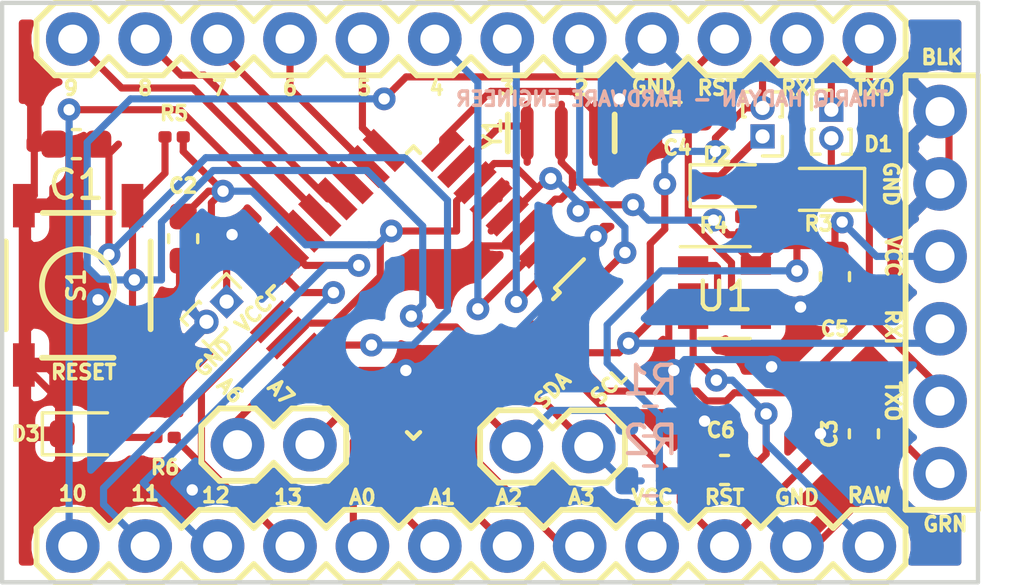
<source format=kicad_pcb>
(kicad_pcb (version 20211014) (generator pcbnew)
  (layers (0 "F.Cu" signal) (31 "B.Cu" signal) (34 "B.Paste" user) (35 "F.Paste" user) (36 "B.SilkS" user "B.Silkscreen") (37 "F.SilkS" user "F.Silkscreen") (38 "B.Mask" user) (39 "F.Mask" user) (44 "Edge.Cuts" user))
  (net 0 "")
  (net 1 "GND")
  (net 2 "AREF")
  (net 3 "VCC")
  (net 4 "RESET")
  (net 5 "DTR")
  (net 6 "Net-(D1-Pad2)")
  (net 7 "Net-(D1-Pad1)")
  (net 8 "Net-(D2-Pad2)")
  (net 9 "Net-(D2-Pad1)")
  (net 10 "RXI")
  (net 11 "TXO")
  (net 12 "A5")
  (net 13 "A4")
  (net 14 "D2")
  (net 15 "D3")
  (net 16 "D4")
  (net 17 "D5")
  (net 18 "D6")
  (net 19 "D7")
  (net 20 "D8")
  (net 21 "D9")
  (net 22 "A6")
  (net 23 "A7")
  (net 24 "D10")
  (net 25 "MOSI")
  (net 26 "MISO")
  (net 27 "SCK")
  (net 28 "A0")
  (net 29 "A1")
  (net 30 "A2")
  (net 31 "A3")
  (net 32 "RAW")
  (net 33 "Net-(C4-Pad1)")
  (net 34 "Net-(D3-Pad2)")
  (net 35 "Net-(U2-Pad8)")
  (net 36 "Net-(U2-Pad7)")
  (footprint "Package_QFP:TQFP-32_7x7mm_P0.8mm" (layer "F.Cu") (at 80.531953 115.57 -135)
    (fp_text reference "U2" hide)
    (fp_text value "ATmega328-AU" hide)
  )
  (footprint "Package_TO_SOT_SMD:SOT-23-5" (layer "F.Cu") (at 91.44 115.57)
    (fp_text reference "U1")
    (fp_text value "LP2985-5.0")
  )
  (footprint "Capacitor_SMD:C_0603_1608Metric" (layer "F.Cu") (at 89.776 109.4105 180)
    (fp_text reference "C4")
    (fp_text value "10n")
  )
  (footprint "Capacitor_SMD:C_0603_1608Metric" (layer "F.Cu") (at 95.3135 115.0115 -90)
    (fp_text reference "C5")
    (fp_text value "10u")
  )
  (footprint "Capacitor_SMD:C_0603_1608Metric" (layer "F.Cu") (at 91.44 121.793 180)
    (fp_text reference "C6")
    (fp_text value "100n")
  )
  (footprint "LED_SMD:LED_0603_1608Metric" (layer "F.Cu") (at 68.999 120.523)
    (fp_text reference "D3")
    (fp_text value "red")
  )
  (footprint "Resistor_SMD:R_0201_0603Metric" (layer "F.Cu") (at 71.8185 120.65 180)
    (fp_text reference "R6")
    (fp_text value "1k")
  )
  (footprint "Capacitor_SMD:C_0603_1608Metric" (layer "F.Cu") (at 68.707 110.363 180)
    (fp_text reference "C1")
    (fp_text value "0.1u")
  )
  (footprint "Capacitor_SMD:C_0603_1608Metric" (layer "F.Cu") (at 72.4535 113.678 -90)
    (fp_text reference "C2")
    (fp_text value "0.1u")
  )
  (footprint "Capacitor_SMD:C_0603_1608Metric" (layer "F.Cu") (at 96.3295 120.523 -90)
    (fp_text reference "C3")
    (fp_text value "0.1u")
  )
  (footprint "LED_SMD:LED_0603_1608Metric" (layer "F.Cu") (at 94.869 111.9505 180)
    (fp_text reference "D1")
    (fp_text value "red")
  )
  (footprint "LED_SMD:LED_0603_1608Metric" (layer "F.Cu") (at 91.7195 111.8235)
    (fp_text reference "D2")
    (fp_text value "red")
  )
  (footprint "Connectors:1X02" (layer "F.Cu") (at 84.1375 120.9675)
    (fp_text reference "J2" hide)
    (fp_text value "CONN_02" hide)
  )
  (footprint "Connectors:1X12" (layer "F.Cu") (at 68.58 106.68)
    (fp_text reference "J3" hide)
    (fp_text value "CONN_12" hide)
  )
  (footprint "Connectors:1X02" (layer "F.Cu") (at 76.8985 120.904 180)
    (fp_text reference "J4" hide)
    (fp_text value "CONN_02" hide)
  )
  (footprint "Connectors:1X12" (layer "F.Cu") (at 96.52 124.46 180)
    (fp_text reference "J5" hide)
    (fp_text value "CONN_12" hide)
  )
  (footprint "Connector_PinHeader_1.00mm:PinHeader_1x02_P1.00mm_Vertical" (layer "F.Cu") (at 95.1865 109.1565)
    (fp_text reference "J6" hide)
    (fp_text value "Conn_01x02_Male")
  )
  (footprint "Connector_PinHeader_1.00mm:PinHeader_1x02_P1.00mm_Vertical" (layer "F.Cu") (at 92.7735 110.093 180)
    (fp_text reference "J7" hide)
    (fp_text value "Conn_01x02_Male")
  )
  (footprint "Resistor_SMD:R_0201_0603Metric" (layer "F.Cu") (at 93.98 113.2865 -90)
    (fp_text reference "R3")
    (fp_text value "1k")
  )
  (footprint "Resistor_SMD:R_0201_0603Metric" (layer "F.Cu") (at 92.0115 113.223 -90)
    (fp_text reference "R4")
    (fp_text value "1k")
  )
  (footprint "Resistor_SMD:R_0201_0603Metric" (layer "F.Cu") (at 72.136 110.109)
    (fp_text reference "R5")
    (fp_text value "10k")
  )
  (footprint "Switches:TACTILE_SWITCH_SMD_5.2MM" (layer "F.Cu") (at 68.7705 115.316 90)
    (fp_text reference "S1")
    (fp_text value "MOMENTARY-SWITCH-SPST-2-SMD-5.2MM" hide)
  )
  (footprint "Clocks:RESONATOR-SMD-3.2X1.3" (layer "F.Cu") (at 85.71738 109.982)
    (fp_text reference "Y1")
    (fp_text value "Resonator_Small" hide)
  )
  (footprint "Connectors:1X06_FEMALE_LOCK.010" (layer "F.Cu") (at 99.06 121.92 90)
    (fp_text reference "J1" hide)
    (fp_text value "CONN_06FEMALE_LOCK" hide)
  )
  (footprint "Connector_PinHeader_1.00mm:PinHeader_1x02_P1.00mm_Vertical" (layer "F.Cu") (at 73.9775 115.8875 -45)
    (fp_text reference "J8" hide)
    (fp_text value "Conn_01x02_Male")
  )
  (footprint "Resistor_SMD:R_0603_1608Metric" (layer "B.Cu") (at 88.8365 120.0785 180)
    (fp_text reference "R1")
    (fp_text value "1k")
  )
  (footprint "Resistor_SMD:R_0603_1608Metric" (layer "B.Cu") (at 88.839 122.174 180)
    (fp_text reference "R2")
    (fp_text value "1k")
  )
  (gr_line (start 66.1035 125.73) (end 66.1035 105.41) (layer "Edge.Cuts") (width 0.15))
  (gr_line (start 100.33 125.73) (end 66.1035 125.73) (layer "Edge.Cuts") (width 0.15))
  (gr_line (start 66.1035 105.41) (end 100.33 105.41) (layer "Edge.Cuts") (width 0.15))
  (gr_line (start 100.33 105.41) (end 100.33 125.73) (layer "Edge.Cuts") (width 0.15))
  (gr_text "THARIQ HADYAN - HARDWARE ENGINEER" (at 89.5985 108.7755) (layer "B.SilkS") (effects (font (size 0.5 0.5) (thickness 0.125)) (justify mirror)))
  (gr_text "A0" (at 78.74 122.7455) (layer "F.SilkS") (effects (font (size 0.5 0.5) (thickness 0.125))))
  (gr_text "13" (at 76.1365 122.7455) (layer "F.SilkS") (effects (font (size 0.5 0.5) (thickness 0.125))))
  (gr_text "GRN" (at 99.187 123.698) (layer "F.SilkS") (effects (font (size 0.5 0.5) (thickness 0.125))))
  (gr_text "RXI" (at 97.3455 116.7765 -90) (layer "F.SilkS") (effects (font (size 0.5 0.5) (thickness 0.125))))
  (gr_text "BLK" (at 99.06 107.315) (layer "F.SilkS") (effects (font (size 0.5 0.5) (thickness 0.125))))
  (gr_text "RXI" (at 94.0435 108.3945) (layer "F.SilkS") (effects (font (size 0.5 0.5) (thickness 0.125))))
  (gr_text "RESET" (at 68.961 118.364) (layer "F.SilkS") (effects (font (size 0.5 0.5) (thickness 0.125))))
  (gr_text "4" (at 81.3435 108.3945) (layer "F.SilkS") (effects (font (size 0.5 0.5) (thickness 0.125))))
  (gr_text "SCL" (at 87.376 118.872 45) (layer "F.SilkS") (effects (font (size 0.5 0.5) (thickness 0.125))))
  (gr_text "7" (at 73.7235 108.3945) (layer "F.SilkS") (effects (font (size 0.5 0.5) (thickness 0.125))))
  (gr_text "A7" (at 75.8825 119.0625 -45) (layer "F.SilkS") (effects (font (size 0.5 0.5) (thickness 0.125))))
  (gr_text "GND" (at 88.9635 108.331) (layer "F.SilkS") (effects (font (size 0.5 0.5) (thickness 0.125))))
  (gr_text "VCC" (at 97.3455 114.3 -90) (layer "F.SilkS") (effects (font (size 0.5 0.5) (thickness 0.125))))
  (gr_text "VCC" (at 88.9 122.7455) (layer "F.SilkS") (effects (font (size 0.5 0.5) (thickness 0.125))))
  (gr_text "11" (at 71.12 122.6185) (layer "F.SilkS") (effects (font (size 0.5 0.5) (thickness 0.125))))
  (gr_text "9" (at 68.5165 108.3945) (layer "F.SilkS") (effects (font (size 0.5 0.5) (thickness 0.125))))
  (gr_text "VCC" (at 74.93 116.332 45) (layer "F.SilkS") (effects (font (size 0.5 0.5) (thickness 0.125))))
  (gr_text "GND" (at 93.98 122.7455) (layer "F.SilkS") (effects (font (size 0.5 0.5) (thickness 0.125))))
  (gr_text "A1" (at 81.534 122.7455) (layer "F.SilkS") (effects (font (size 0.5 0.5) (thickness 0.125))))
  (gr_text "A2" (at 83.8835 122.7455) (layer "F.SilkS") (effects (font (size 0.5 0.5) (thickness 0.125))))
  (gr_text "A6" (at 74.1045 118.999 315) (layer "F.SilkS") (effects (font (size 0.5 0.5) (thickness 0.125))))
  (gr_text "RST" (at 91.44 122.7455) (layer "F.SilkS") (effects (font (size 0.5 0.5) (thickness 0.125))))
  (gr_text "GND" (at 97.282 111.76 -90) (layer "F.SilkS") (effects (font (size 0.5 0.5) (thickness 0.125))))
  (gr_text "10" (at 68.58 122.6185) (layer "F.SilkS") (effects (font (size 0.5 0.5) (thickness 0.125))))
  (gr_text "SDA" (at 85.4075 118.999 45) (layer "F.SilkS") (effects (font (size 0.5 0.5) (thickness 0.125))))
  (gr_text "3" (at 83.82 108.3945) (layer "F.SilkS") (effects (font (size 0.5 0.5) (thickness 0.125))))
  (gr_text "2" (at 86.4235 108.3945) (layer "F.SilkS") (effects (font (size 0.5 0.5) (thickness 0.125))))
  (gr_text "6" (at 76.2 108.3945) (layer "F.SilkS") (effects (font (size 0.5 0.5) (thickness 0.125))))
  (gr_text "8" (at 71.12 108.3945) (layer "F.SilkS") (effects (font (size 0.5 0.5) (thickness 0.125))))
  (gr_text "RST" (at 91.186 108.3945) (layer "F.SilkS") (effects (font (size 0.5 0.5) (thickness 0.125))))
  (gr_text "A3" (at 86.4235 122.7455) (layer "F.SilkS") (effects (font (size 0.5 0.5) (thickness 0.125))))
  (gr_text "5" (at 78.8035 108.3945) (layer "F.SilkS") (effects (font (size 0.5 0.5) (thickness 0.125))))
  (gr_text "RAW" (at 96.52 122.682) (layer "F.SilkS") (effects (font (size 0.5 0.5) (thickness 0.125))))
  (gr_text "TXO" (at 96.7105 108.3945) (layer "F.SilkS") (effects (font (size 0.5 0.5) (thickness 0.125))))
  (gr_text "12" (at 73.5965 122.682) (layer "F.SilkS") (effects (font (size 0.5 0.5) (thickness 0.125))))
  (gr_text "TXO" (at 97.3455 119.38 -90) (layer "F.SilkS") (effects (font (size 0.5 0.5) (thickness 0.125))))
  (gr_text "GND" (at 73.533 117.856 45) (layer "F.SilkS") (effects (font (size 0.5 0.5) (thickness 0.125))))
  (segment (start 80.264 118.3005) (end 80.264 118.3005) (width 0.25) (layer "F.Cu") (net 1))
  (segment (start 94.8055 120.523) (end 94.8055 120.523) (width 0.25) (layer "F.Cu") (net 1))
  (segment (start 99.314 109.22) (end 99.314 111.252) (width 0.25) (layer "F.Cu") (net 1))
  (segment (start 94.3985 115.7865) (end 94.107 116.078) (width 0.25) (layer "F.Cu") (net 1))
  (segment (start 83.254314 112.281953) (end 83.254314 112.262186) (width 0.25) (layer "F.Cu") (net 1))
  (segment (start 89.56 115.57) (end 89.484999 115.645001) (width 0.25) (layer "F.Cu") (net 1))
  (segment (start 95.3135 115.7865) (end 94.3985 115.7865) (width 0.25) (layer "F.Cu") (net 1))
  (segment (start 82.881289 113.932789) (end 83.86622 113.932789) (width 0.25) (layer "F.Cu") (net 1))
  (segment (start 86.106 111.880502) (end 86.106 111.693009) (width 0.25) (layer "F.Cu") (net 1))
  (segment (start 66.8655 112.522) (end 66.8655 118.11) (width 0.25) (layer "F.Cu") (net 1))
  (segment (start 84.385685 113.413324) (end 85.504508 112.294501) (width 0.25) (layer "F.Cu") (net 1))
  (segment (start 94.610834 124.46) (end 97.32001 121.750824) (width 0.25) (layer "F.Cu") (net 1))
  (segment (start 93.98 124.46) (end 94.610834 124.46) (width 0.25) (layer "F.Cu") (net 1))
  (segment (start 87.193491 111.693009) (end 89.001 109.8855) (width 0.25) (layer "F.Cu") (net 1))
  (segment (start 97.32001 120.845176) (end 96.997834 120.523) (width 0.25) (layer "F.Cu") (net 1))
  (segment (start 82.73485 113.78635) (end 82.881289 113.932789) (width 0.25) (layer "F.Cu") (net 1))
  (segment (start 83.254314 112.281953) (end 82.73485 112.801417) (width 0.25) (layer "F.Cu") (net 1))
  (segment (start 89.484999 115.645001) (end 89.484999 118.123499) (width 0.25) (layer "F.Cu") (net 1))
  (segment (start 89.001 109.8855) (end 89.001 109.4105) (width 0.25) (layer "F.Cu") (net 1))
  (segment (start 86.106 111.38662) (end 86.09838 111.379) (width 0.25) (layer "F.Cu") (net 1))
  (segment (start 82.73485 112.801417) (end 82.73485 113.78635) (width 0.25) (layer "F.Cu") (net 1))
  (segment (start 67.232 110.363) (end 67.232 112.1555) (width 0.25) (layer "F.Cu") (net 1))
  (segment (start 90.34 115.57) (end 89.56 115.57) (width 0.25) (layer "F.Cu") (net 1))
  (segment (start 85.504508 112.294501) (end 85.692001 112.294501) (width 0.25) (layer "F.Cu") (net 1))
  (segment (start 86.106 111.693009) (end 86.106 111.38662) (width 0.25) (layer "F.Cu") (net 1))
  (segment (start 85.692001 112.294501) (end 86.106 111.880502) (width 0.25) (layer "F.Cu") (net 1))
  (segment (start 99.314 111.252) (end 98.806 111.76) (width 0.25) (layer "F.Cu") (net 1))
  (segment (start 83.254314 112.281953) (end 83.537142 112.281953) (width 0.25) (layer "F.Cu") (net 1))
  (segment (start 77.809592 118.858047) (end 78.092418 118.858047) (width 0.25) (layer "F.Cu") (net 1))
  (segment (start 89.484999 118.123499) (end 89.662 118.3005) (width 0.25) (layer "F.Cu") (net 1))
  (segment (start 83.254314 112.281953) (end 83.773778 111.762489) (width 0.25) (layer "F.Cu") (net 1))
  (segment (start 67.232 112.1555) (end 66.8655 112.522) (width 0.25) (layer "F.Cu") (net 1))
  (segment (start 78.092418 118.858047) (end 78.649965 118.3005) (width 0.25) (layer "F.Cu") (net 1))
  (segment (start 86.106 111.693009) (end 87.193491 111.693009) (width 0.25) (layer "F.Cu") (net 1))
  (segment (start 83.86622 113.932789) (end 84.385685 113.413324) (width 0.25) (layer "F.Cu") (net 1))
  (segment (start 68.2115 120.523) (end 68.2115 119.456) (width 0.25) (layer "F.Cu") (net 1))
  (segment (start 68.2115 119.456) (end 66.8655 118.11) (width 0.25) (layer "F.Cu") (net 1))
  (segment (start 85.71738 110.998) (end 86.09838 111.379) (width 0.25) (layer "F.Cu") (net 1))
  (segment (start 78.649965 118.3005) (end 80.264 118.3005) (width 0.25) (layer "F.Cu") (net 1))
  (segment (start 85.725 109.2835) (end 85.725 110.9345) (width 0.25) (layer "F.Cu") (net 1))
  (segment (start 96.997834 120.523) (end 94.8055 120.523) (width 0.25) (layer "F.Cu") (net 1))
  (segment (start 97.32001 121.750824) (end 97.32001 120.845176) (width 0.25) (layer "F.Cu") (net 1))
  (via (at 94.8055 120.523) (size 0.8) (drill 0.4) (layers "F.Cu" "B.Cu") (net 1))
  (via (at 72.771 122.4915) (size 0.8) (drill 0.4) (layers "F.Cu" "B.Cu") (net 1))
  (via (at 94.107 116.078) (size 0.8) (drill 0.4) (layers "F.Cu" "B.Cu") (net 1))
  (via (at 89.662 118.3005) (size 0.8) (drill 0.4) (layers "F.Cu" "B.Cu") (net 1))
  (via (at 74.168 113.538) (size 0.8) (drill 0.4) (layers "F.Cu" "B.Cu") (net 1))
  (via (at 90.7415 120.0785) (size 0.8) (drill 0.4) (layers "F.Cu" "B.Cu") (net 1))
  (via (at 93.091 118.1735) (size 0.8) (drill 0.4) (layers "F.Cu" "B.Cu") (net 1))
  (via (at 80.264 118.3005) (size 0.8) (drill 0.4) (layers "F.Cu" "B.Cu") (net 1))
  (via (at 86.9315 113.6015) (size 0.8) (drill 0.4) (layers "F.Cu" "B.Cu") (net 1))
  (via (at 87.757 108.7755) (size 0.8) (drill 0.4) (layers "F.Cu" "B.Cu") (net 1))
  (via (at 69.469 115.824) (size 0.8) (drill 0.4) (layers "F.Cu" "B.Cu") (net 1))
  (segment (start 89.662 118.3005) (end 89.662 118.3005) (width 0.25) (layer "B.Cu") (net 1))
  (segment (start 82.797502 118.3005) (end 86.233 114.865002) (width 0.25) (layer "B.Cu") (net 1))
  (segment (start 94.8055 119.634) (end 93.091 117.9195) (width 0.25) (layer "B.Cu") (net 1))
  (segment (start 94.8055 120.523) (end 94.8055 119.634) (width 0.25) (layer "B.Cu") (net 1))
  (segment (start 80.264 118.3005) (end 82.797502 118.3005) (width 0.25) (layer "B.Cu") (net 1))
  (segment (start 90.043 117.9195) (end 89.662 118.3005) (width 0.25) (layer "B.Cu") (net 1))
  (segment (start 93.091 117.9195) (end 90.043 117.9195) (width 0.25) (layer "B.Cu") (net 1))
  (segment (start 79.0575 117.4115) (end 79.0575 117.4115) (width 0.25) (layer "F.Cu") (net 2))
  (segment (start 69.85 114.2365) (end 69.85 110.695) (width 0.25) (layer "F.Cu") (net 2))
  (segment (start 78.124767 117.4115) (end 79.0575 117.4115) (width 0.25) (layer "F.Cu") (net 2))
  (segment (start 69.85 110.695) (end 70.182 110.363) (width 0.25) (layer "F.Cu") (net 2))
  (segment (start 77.243906 118.292361) (end 78.124767 117.4115) (width 0.25) (layer "F.Cu") (net 2))
  (via (at 79.0575 117.4115) (size 0.8) (drill 0.4) (layers "F.Cu" "B.Cu") (net 2))
  (via (at 69.85 114.2365) (size 0.8) (drill 0.4) (layers "F.Cu" "B.Cu") (net 2))
  (segment (start 69.85 114.2365) (end 69.85 114.2365) (width 0.25) (layer "B.Cu") (net 2))
  (segment (start 80.511502 117.4115) (end 81.7245 116.198502) (width 0.25) (layer "B.Cu") (net 2))
  (segment (start 81.7245 116.198502) (end 81.7245 112.3315) (width 0.25) (layer "B.Cu") (net 2))
  (segment (start 80.231989 110.838989) (end 73.247511 110.838989) (width 0.25) (layer "B.Cu") (net 2))
  (segment (start 81.7245 112.3315) (end 80.231989 110.838989) (width 0.25) (layer "B.Cu") (net 2))
  (segment (start 73.247511 110.838989) (end 69.85 114.2365) (width 0.25) (layer "B.Cu") (net 2))
  (segment (start 79.0575 117.4115) (end 80.511502 117.4115) (width 0.25) (layer "B.Cu") (net 2))
  (segment (start 73.8505 112.014) (end 73.8505 112.014) (width 0.25) (layer "F.Cu") (net 3))
  (segment (start 92.0115 114.0915) (end 92.54 114.62) (width 0.25) (layer "F.Cu") (net 3))
  (segment (start 86.521572 112.49025) (end 86.309187 112.702635) (width 0.25) (layer "F.Cu") (net 3))
  (segment (start 73.442999 113.886001) (end 73.442999 112.421501) (width 0.25) (layer "F.Cu") (net 3))
  (segment (start 73.9775 114.420502) (end 73.442999 113.886001) (width 0.25) (layer "F.Cu") (net 3))
  (segment (start 73.3425 112.014) (end 72.4535 112.903) (width 0.25) (layer "F.Cu") (net 3))
  (segment (start 83.82 112.847639) (end 83.938861 112.847639) (width 0.25) (layer "F.Cu") (net 3))
  (segment (start 92.0115 113.543) (end 91.572 113.543) (width 0.25) (layer "F.Cu") (net 3))
  (segment (start 83.362396 111.042501) (end 83.991501 111.042501) (width 0.25) (layer "F.Cu") (net 3))
  (segment (start 91.572 113.543) (end 91.059 113.03) (width 0.25) (layer "F.Cu") (net 3))
  (segment (start 73.442999 112.421501) (end 73.8505 112.014) (width 0.25) (layer "F.Cu") (net 3))
  (segment (start 82.688629 111.716268) (end 82.042 112.362897) (width 0.25) (layer "F.Cu") (net 3))
  (segment (start 79.367498 114.999504) (end 79.367498 113.799502) (width 0.25) (layer "F.Cu") (net 3))
  (segment (start 93.9165 113.67) (end 93.98 113.6065) (width 0.25) (layer "F.Cu") (net 3))
  (segment (start 93.98 113.985) (end 93.9165 113.9215) (width 0.25) (layer "F.Cu") (net 3))
  (segment (start 72.456 110.109) (end 72.461001 110.114001) (width 0.25) (layer "F.Cu") (net 3))
  (segment (start 93.9165 113.9215) (end 93.2385 113.9215) (width 0.25) (layer "F.Cu") (net 3))
  (segment (start 92.0115 113.543) (end 92.0115 114.0915) (width 0.25) (layer "F.Cu") (net 3))
  (segment (start 77.725476 116.641526) (end 76.632 116.641526) (width 0.25) (layer "F.Cu") (net 3))
  (segment (start 88.23325 112.49025) (end 86.521572 112.49025) (width 0.25) (layer "F.Cu") (net 3))
  (segment (start 83.362396 111.042501) (end 82.688629 111.716268) (width 0.25) (layer "F.Cu") (net 3))
  (segment (start 82.042 112.362897) (end 82.042 113.411) (width 0.25) (layer "F.Cu") (net 3))
  (segment (start 93.2385 113.9215) (end 92.54 114.62) (width 0.25) (layer "F.Cu") (net 3))
  (segment (start 84.86775 111.91875) (end 85.344 111.4425) (width 0.25) (layer "F.Cu") (net 3))
  (segment (start 72.456 110.6195) (end 73.8505 112.014) (width 0.25) (layer "F.Cu") (net 3))
  (segment (start 93.9165 113.9215) (end 94.9985 113.9215) (width 0.25) (layer "F.Cu") (net 3))
  (segment (start 93.98 114.808) (end 93.98 113.985) (width 0.25) (layer "F.Cu") (net 3))
  (segment (start 79.367498 113.799502) (end 79.756 113.411) (width 0.25) (layer "F.Cu") (net 3))
  (segment (start 72.456 110.109) (end 72.456 110.6195) (width 0.25) (layer "F.Cu") (net 3))
  (segment (start 73.8505 112.014) (end 73.3425 112.014) (width 0.25) (layer "F.Cu") (net 3))
  (segment (start 83.256639 113.411) (end 83.82 112.847639) (width 0.25) (layer "F.Cu") (net 3))
  (segment (start 82.042 113.411) (end 79.756 113.411) (width 0.25) (layer "F.Cu") (net 3))
  (segment (start 76.632 116.641526) (end 76.112536 117.16099) (width 0.25) (layer "F.Cu") (net 3))
  (segment (start 83.991501 111.042501) (end 84.86775 111.91875) (width 0.25) (layer "F.Cu") (net 3))
  (segment (start 93.9165 113.9215) (end 93.9165 113.67) (width 0.25) (layer "F.Cu") (net 3))
  (segment (start 83.938861 112.847639) (end 84.86775 111.91875) (width 0.25) (layer "F.Cu") (net 3))
  (segment (start 79.367498 114.999504) (end 77.725476 116.641526) (width 0.25) (layer "F.Cu") (net 3))
  (segment (start 95.3135 113.3475) (end 95.5675 113.0935) (width 0.25) (layer "F.Cu") (net 3))
  (segment (start 73.9775 115.8875) (end 73.9775 114.420502) (width 0.25) (layer "F.Cu") (net 3))
  (segment (start 94.9985 113.9215) (end 95.3135 114.2365) (width 0.25) (layer "F.Cu") (net 3))
  (segment (start 95.3135 114.2365) (end 95.3135 113.3475) (width 0.25) (layer "F.Cu") (net 3))
  (via (at 86.309187 112.702635) (size 0.8) (drill 0.4) (layers "F.Cu" "B.Cu") (net 3))
  (via (at 79.756 113.411) (size 0.8) (drill 0.4) (layers "F.Cu" "B.Cu") (net 3))
  (via (at 95.5675 113.0935) (size 0.8) (drill 0.4) (layers "F.Cu" "B.Cu") (net 3))
  (via (at 93.98 114.808) (size 0.8) (drill 0.4) (layers "F.Cu" "B.Cu") (net 3))
  (via (at 73.8505 112.014) (size 0.8) (drill 0.4) (layers "F.Cu" "B.Cu") (net 3))
  (via (at 91.059 113.03) (size 0.8) (drill 0.4) (layers "F.Cu" "B.Cu") (net 3))
  (via (at 85.344 111.5695) (size 0.8) (drill 0.4) (layers "F.Cu" "B.Cu") (net 3))
  (via (at 88.23325 112.49025) (size 0.8) (drill 0.4) (layers "F.Cu" "B.Cu") (net 3))
  (segment (start 78.967499 113.892499) (end 78.967499 113.892499) (width 0.25) (layer "B.Cu") (net 3))
  (segment (start 88.23325 112.49025) (end 88.2015 112.4585) (width 0.25) (layer "B.Cu") (net 3))
  (segment (start 87.3245 118.0465) (end 87.3245 116.701) (width 0.25) (layer "B.Cu") (net 3))
  (segment (start 96.774 114.3) (end 95.5675 113.0935) (width 0.25) (layer "B.Cu") (net 3))
  (segment (start 88.773 113.03) (end 88.23325 112.49025) (width 0.25) (layer "B.Cu") (net 3))
  (segment (start 89.1565 120.0785) (end 89.1565 119.8785) (width 0.25) (layer "B.Cu") (net 3))
  (segment (start 74.8665 112.014) (end 76.744999 113.892499) (width 0.25) (layer "B.Cu") (net 3))
  (segment (start 88.9 124.46) (end 89.159 124.201) (width 0.25) (layer "B.Cu") (net 3))
  (segment (start 89.1565 119.8785) (end 87.3245 118.0465) (width 0.25) (layer "B.Cu") (net 3))
  (segment (start 73.8505 112.014) (end 74.8665 112.014) (width 0.25) (layer "B.Cu") (net 3))
  (segment (start 99.314 114.3) (end 96.774 114.3) (width 0.25) (layer "B.Cu") (net 3))
  (segment (start 89.1565 122.1715) (end 89.159 122.174) (width 0.25) (layer "B.Cu") (net 3))
  (segment (start 79.274501 113.892499) (end 79.756 113.411) (width 0.25) (layer "B.Cu") (net 3))
  (segment (start 89.1565 120.0785) (end 89.1565 122.1715) (width 0.25) (layer "B.Cu") (net 3))
  (segment (start 87.3245 116.701) (end 89.2175 114.808) (width 0.25) (layer "B.Cu") (net 3))
  (segment (start 85.344 111.4425) (end 86.309187 112.407687) (width 0.25) (layer "B.Cu") (net 3))
  (segment (start 91.059 113.03) (end 88.773 113.03) (width 0.25) (layer "B.Cu") (net 3))
  (segment (start 89.2175 114.808) (end 93.98 114.808) (width 0.25) (layer "B.Cu") (net 3))
  (segment (start 86.309187 112.407687) (end 86.309187 112.702635) (width 0.25) (layer "B.Cu") (net 3))
  (segment (start 89.159 124.201) (end 89.159 122.174) (width 0.25) (layer "B.Cu") (net 3))
  (segment (start 76.744999 113.892499) (end 79.274501 113.892499) (width 0.25) (layer "B.Cu") (net 3))
  (segment (start 81.4705 116.7765) (end 81.4705 116.7765) (width 0.25) (layer "F.Cu") (net 4))
  (segment (start 89.88999 122.308084) (end 89.88999 122.90999) (width 0.25) (layer "F.Cu") (net 4))
  (segment (start 80.8355 116.7765) (end 80.4545 116.3955) (width 0.25) (layer "F.Cu") (net 4))
  (segment (start 84.002361 118.292361) (end 84.637501 118.927501) (width 0.25) (layer "F.Cu") (net 4))
  (segment (start 70.6755 118.11) (end 70.6755 115.189) (width 0.25) (layer "F.Cu") (net 4))
  (segment (start 90.043 108.077) (end 87.63141 108.077) (width 0.25) (layer "F.Cu") (net 4))
  (segment (start 87.63141 108.077) (end 87.4989 107.94449) (width 0.25) (layer "F.Cu") (net 4))
  (segment (start 87.4989 107.94449) (end 87.1261 107.94449) (width 0.25) (layer "F.Cu") (net 4))
  (segment (start 80.27151 108.00599) (end 79.901999 108.375501) (width 0.25) (layer "F.Cu") (net 4))
  (segment (start 86.509407 118.927501) (end 89.88999 122.308084) (width 0.25) (layer "F.Cu") (net 4))
  (segment (start 70.6755 112.522) (end 70.6755 115.062) (width 0.25) (layer "F.Cu") (net 4))
  (segment (start 83.537172 118.292361) (end 82.021311 116.7765) (width 0.25) (layer "F.Cu") (net 4))
  (segment (start 83.82 118.292361) (end 84.002361 118.292361) (width 0.25) (layer "F.Cu") (net 4))
  (segment (start 96.52 121.298) (end 94.602 121.298) (width 0.25) (layer "F.Cu") (net 4))
  (segment (start 71.816 110.109) (end 71.816 111.3815) (width 0.25) (layer "F.Cu") (net 4))
  (segment (start 87.1261 107.94449) (end 87.0646 108.00599) (width 0.25) (layer "F.Cu") (net 4))
  (segment (start 71.816 111.3815) (end 70.6755 112.522) (width 0.25) (layer "F.Cu") (net 4))
  (segment (start 79.901999 108.375501) (end 79.502 108.7755) (width 0.25) (layer "F.Cu") (net 4))
  (segment (start 84.637501 118.927501) (end 86.509407 118.927501) (width 0.25) (layer "F.Cu") (net 4))
  (segment (start 83.82 118.292361) (end 83.537172 118.292361) (width 0.25) (layer "F.Cu") (net 4))
  (segment (start 91.44 106.68) (end 90.043 108.077) (width 0.25) (layer "F.Cu") (net 4))
  (segment (start 82.021311 116.7765) (end 80.8355 116.7765) (width 0.25) (layer "F.Cu") (net 4))
  (segment (start 70.6755 115.189) (end 70.739 115.1255) (width 0.25) (layer "F.Cu") (net 4))
  (segment (start 87.0646 108.00599) (end 80.27151 108.00599) (width 0.25) (layer "F.Cu") (net 4))
  (segment (start 70.6755 115.062) (end 70.739 115.1255) (width 0.25) (layer "F.Cu") (net 4))
  (segment (start 94.602 121.298) (end 91.44 124.46) (width 0.25) (layer "F.Cu") (net 4))
  (segment (start 89.88999 122.90999) (end 91.44 124.46) (width 0.25) (layer "F.Cu") (net 4))
  (via (at 79.502 108.7755) (size 0.8) (drill 0.4) (layers "F.Cu" "B.Cu") (net 4))
  (via (at 70.739 115.1255) (size 0.8) (drill 0.4) (layers "F.Cu" "B.Cu") (net 4))
  (via (at 80.4545 116.3955) (size 0.8) (drill 0.4) (layers "F.Cu" "B.Cu") (net 4))
  (segment (start 70.739 115.1255) (end 70.739 115.1255) (width 0.25) (layer "B.Cu") (net 4))
  (segment (start 80.0735 112.4585) (end 80.854499 113.239499) (width 0.25) (layer "B.Cu") (net 4))
  (segment (start 79.502 108.7755) (end 79.502 108.7755) (width 0.25) (layer "B.Cu") (net 4))
  (segment (start 73.502499 111.288999) (end 78.903999 111.288999) (width 0.25) (layer "B.Cu") (net 4))
  (segment (start 69.088 110.2995) (end 70.612 108.7755) (width 0.25) (layer "B.Cu") (net 4))
  (segment (start 80.854499 115.995501) (end 80.4545 116.3955) (width 0.25) (layer "B.Cu") (net 4))
  (segment (start 80.854499 113.239499) (end 80.854499 115.995501) (width 0.25) (layer "B.Cu") (net 4))
  (segment (start 71.6915 113.099998) (end 73.502499 111.288999) (width 0.25) (layer "B.Cu") (net 4))
  (segment (start 70.739 115.1255) (end 69.843502 115.1255) (width 0.25) (layer "B.Cu") (net 4))
  (segment (start 78.903999 111.288999) (end 80.0735 112.4585) (width 0.25) (layer "B.Cu") (net 4))
  (segment (start 70.612 108.7755) (end 79.502 108.7755) (width 0.25) (layer "B.Cu") (net 4))
  (segment (start 70.739 115.1255) (end 71.6915 115.1255) (width 0.25) (layer "B.Cu") (net 4))
  (segment (start 69.843502 115.1255) (end 69.817001 115.098999) (width 0.25) (layer "B.Cu") (net 4))
  (segment (start 71.6915 115.1255) (end 71.6915 113.099998) (width 0.25) (layer "B.Cu") (net 4))
  (segment (start 69.817001 115.098999) (end 69.505999 115.098999) (width 0.25) (layer "B.Cu") (net 4))
  (segment (start 69.088 114.681) (end 69.088 110.2995) (width 0.25) (layer "B.Cu") (net 4))
  (segment (start 69.505999 115.098999) (end 69.088 114.681) (width 0.25) (layer "B.Cu") (net 4))
  (segment (start 96.859244 119.748) (end 97.770019 120.658775) (width 0.25) (layer "F.Cu") (net 5))
  (segment (start 97.770019 120.884019) (end 98.806 121.92) (width 0.25) (layer "F.Cu") (net 5))
  (segment (start 96.52 119.748) (end 96.859244 119.748) (width 0.25) (layer "F.Cu") (net 5))
  (segment (start 97.770019 120.658775) (end 97.770019 120.884019) (width 0.25) (layer "F.Cu") (net 5))
  (segment (start 94.0815 112.865) (end 93.98 112.9665) (width 0.25) (layer "F.Cu") (net 6))
  (segment (start 94.0815 111.9505) (end 94.0815 112.865) (width 0.25) (layer "F.Cu") (net 6))
  (segment (start 95.1865 111.4805) (end 95.6565 111.9505) (width 0.25) (layer "F.Cu") (net 7))
  (segment (start 95.1865 110.1565) (end 95.1865 111.4805) (width 0.25) (layer "F.Cu") (net 7))
  (segment (start 92.507 112.4075) (end 92.0115 112.903) (width 0.25) (layer "F.Cu") (net 8))
  (segment (start 92.507 111.8235) (end 92.507 112.4075) (width 0.25) (layer "F.Cu") (net 8))
  (segment (start 92.7735 110.093) (end 92.6625 110.093) (width 0.25) (layer "F.Cu") (net 9))
  (segment (start 92.6625 110.093) (end 90.932 111.8235) (width 0.25) (layer "F.Cu") (net 9))
  (segment (start 88.0745 117.348) (end 88.0745 117.348) (width 0.25) (layer "F.Cu") (net 10))
  (segment (start 89.3445 111.76) (end 89.3445 111.76) (width 0.25) (layer "F.Cu") (net 10))
  (segment (start 92.7735 107.8865) (end 93.98 106.68) (width 0.25) (layer "F.Cu") (net 10))
  (segment (start 92.7735 109.093) (end 92.17246 109.093) (width 0.25) (layer "F.Cu") (net 10))
  (segment (start 89.3445 113.3475) (end 88.8365 113.8555) (width 0.25) (layer "F.Cu") (net 10))
  (segment (start 92.17246 109.093) (end 91.1225 110.14296) (width 0.25) (layer "F.Cu") (net 10))
  (segment (start 84.95137 117.16099) (end 85.470835 117.680455) (width 0.25) (layer "F.Cu") (net 10))
  (segment (start 88.8365 113.8555) (end 88.8365 116.586) (width 0.25) (layer "F.Cu") (net 10))
  (segment (start 89.3445 113.3475) (end 89.3445 111.76) (width 0.25) (layer "F.Cu") (net 10))
  (segment (start 85.470835 117.680455) (end 87.742045 117.680455) (width 0.25) (layer "F.Cu") (net 10))
  (segment (start 87.742045 117.680455) (end 88.0745 117.348) (width 0.25) (layer "F.Cu") (net 10))
  (segment (start 92.7735 109.093) (end 92.7735 107.8865) (width 0.25) (layer "F.Cu") (net 10))
  (segment (start 91.1225 110.14296) (end 91.1225 110.617) (width 0.25) (layer "F.Cu") (net 10))
  (segment (start 88.8365 116.586) (end 88.0745 117.348) (width 0.25) (layer "F.Cu") (net 10))
  (via (at 89.3445 111.76) (size 0.8) (drill 0.4) (layers "F.Cu" "B.Cu") (net 10))
  (via (at 88.0745 117.348) (size 0.8) (drill 0.4) (layers "F.Cu" "B.Cu") (net 10))
  (via (at 91.1225 110.617) (size 0.8) (drill 0.4) (layers "F.Cu" "B.Cu") (net 10))
  (segment (start 98.298 117.348) (end 98.806 116.84) (width 0.25) (layer "B.Cu") (net 10))
  (segment (start 90.397499 110.617) (end 91.1225 110.617) (width 0.25) (layer "B.Cu") (net 10))
  (segment (start 89.7255 110.617) (end 90.397499 110.617) (width 0.25) (layer "B.Cu") (net 10))
  (segment (start 89.3445 111.76) (end 89.3445 110.998) (width 0.25) (layer "B.Cu") (net 10))
  (segment (start 89.3445 110.998) (end 89.7255 110.617) (width 0.25) (layer "B.Cu") (net 10))
  (segment (start 88.0745 117.348) (end 98.298 117.348) (width 0.25) (layer "B.Cu") (net 10))
  (segment (start 90.46262 119.025501) (end 87.243817 119.025501) (width 0.25) (layer "F.Cu") (net 11))
  (segment (start 96.52 116.425906) (end 99.314 119.219906) (width 0.25) (layer "F.Cu") (net 11))
  (segment (start 95.1865 108.0135) (end 96.52 106.68) (width 0.25) (layer "F.Cu") (net 11))
  (segment (start 93.861417 119.084489) (end 91.787654 119.084489) (width 0.25) (layer "F.Cu") (net 11))
  (segment (start 91.502632 119.369511) (end 90.80663 119.369511) (width 0.25) (layer "F.Cu") (net 11))
  (segment (start 86.464456 118.24614) (end 85.187976 118.24614) (width 0.25) (layer "F.Cu") (net 11))
  (segment (start 87.243817 119.025501) (end 86.464456 118.24614) (width 0.25) (layer "F.Cu") (net 11))
  (segment (start 84.668512 117.726676) (end 84.385685 117.726676) (width 0.25) (layer "F.Cu") (net 11))
  (segment (start 90.80663 119.369511) (end 90.46262 119.025501) (width 0.25) (layer "F.Cu") (net 11))
  (segment (start 95.1865 109.1565) (end 95.1865 108.0135) (width 0.25) (layer "F.Cu") (net 11))
  (segment (start 96.52 106.68) (end 96.52 116.425906) (width 0.25) (layer "F.Cu") (net 11))
  (segment (start 96.52 116.425906) (end 93.861417 119.084489) (width 0.25) (layer "F.Cu") (net 11))
  (segment (start 99.314 119.219906) (end 99.314 119.38) (width 0.25) (layer "F.Cu") (net 11))
  (segment (start 91.787654 119.084489) (end 91.502632 119.369511) (width 0.25) (layer "F.Cu") (net 11))
  (segment (start 85.187976 118.24614) (end 84.668512 117.726676) (width 0.25) (layer "F.Cu") (net 11))
  (segment (start 83.773778 119.377511) (end 85.087511 119.377511) (width 0.25) (layer "F.Cu") (net 12))
  (segment (start 85.087511 119.377511) (end 86.6775 120.9675) (width 0.25) (layer "F.Cu") (net 12))
  (segment (start 83.254314 118.858047) (end 83.773778 119.377511) (width 0.25) (layer "F.Cu") (net 12))
  (segment (start 88.519 122.174) (end 87.884 122.174) (width 0.25) (layer "B.Cu") (net 12))
  (segment (start 87.884 122.174) (end 86.6775 120.9675) (width 0.25) (layer "B.Cu") (net 12))
  (segment (start 84.1375 120.872603) (end 82.688629 119.423732) (width 0.25) (layer "F.Cu") (net 13))
  (segment (start 84.1375 120.9675) (end 84.1375 120.872603) (width 0.25) (layer "F.Cu") (net 13))
  (segment (start 88.340699 119.702699) (end 85.402301 119.702699) (width 0.25) (layer "B.Cu") (net 13))
  (segment (start 85.402301 119.702699) (end 84.1375 120.9675) (width 0.25) (layer "B.Cu") (net 13))
  (segment (start 88.5165 119.8785) (end 88.340699 119.702699) (width 0.25) (layer "B.Cu") (net 13))
  (segment (start 88.5165 120.0785) (end 88.5165 119.8785) (width 0.25) (layer "B.Cu") (net 13))
  (segment (start 87.9475 114.164861) (end 87.9475 114.164861) (width 0.25) (layer "F.Cu") (net 14))
  (segment (start 85.517056 116.595305) (end 87.9475 114.164861) (width 0.25) (layer "F.Cu") (net 14))
  (via (at 87.9475 114.164861) (size 0.8) (drill 0.4) (layers "F.Cu" "B.Cu") (net 14))
  (segment (start 87.9475 113.284) (end 86.36 111.6965) (width 0.25) (layer "B.Cu") (net 14))
  (segment (start 86.36 111.6965) (end 86.36 106.68) (width 0.25) (layer "B.Cu") (net 14))
  (segment (start 87.9475 114.164861) (end 87.9475 113.284) (width 0.25) (layer "B.Cu") (net 14))
  (segment (start 85.517056 114.544695) (end 84.174251 115.8875) (width 0.25) (layer "F.Cu") (net 15))
  (via (at 84.1375 115.8875) (size 0.8) (drill 0.4) (layers "F.Cu" "B.Cu") (net 15))
  (segment (start 84.1375 106.9975) (end 83.82 106.68) (width 0.25) (layer "B.Cu") (net 15))
  (segment (start 84.1375 115.8875) (end 84.1375 106.9975) (width 0.25) (layer "B.Cu") (net 15))
  (segment (start 82.78888 116.1415) (end 82.78888 116.1415) (width 0.25) (layer "F.Cu") (net 16))
  (segment (start 84.95137 113.97901) (end 82.78888 116.1415) (width 0.25) (layer "F.Cu") (net 16))
  (via (at 82.78888 116.1415) (size 0.8) (drill 0.4) (layers "F.Cu" "B.Cu") (net 16))
  (segment (start 82.78888 116.1415) (end 82.78888 108.18888) (width 0.25) (layer "B.Cu") (net 16))
  (segment (start 82.78888 108.18888) (end 81.28 106.68) (width 0.25) (layer "B.Cu") (net 16))
  (segment (start 79.506648 110.558148) (end 78.74 109.7915) (width 0.25) (layer "F.Cu") (net 17))
  (segment (start 78.74 109.7915) (end 78.74 106.68) (width 0.25) (layer "F.Cu") (net 17))
  (segment (start 79.506648 110.584897) (end 79.506648 110.558148) (width 0.25) (layer "F.Cu") (net 17))
  (segment (start 78.940963 111.150583) (end 76.2 108.40962) (width 0.25) (layer "F.Cu") (net 18))
  (segment (start 76.2 108.40962) (end 76.2 106.68) (width 0.25) (layer "F.Cu") (net 18))
  (segment (start 73.66 107.000991) (end 73.66 106.68) (width 0.25) (layer "F.Cu") (net 19))
  (segment (start 78.375277 111.716268) (end 73.66 107.000991) (width 0.25) (layer "F.Cu") (net 19))
  (segment (start 72.384801 107.944801) (end 71.12 106.68) (width 0.25) (layer "F.Cu") (net 20))
  (segment (start 77.809592 112.281953) (end 77.526764 112.281953) (width 0.25) (layer "F.Cu") (net 20))
  (segment (start 77.526764 112.281953) (end 73.189612 107.944801) (width 0.25) (layer "F.Cu") (net 20))
  (segment (start 73.189612 107.944801) (end 72.384801 107.944801) (width 0.25) (layer "F.Cu") (net 20))
  (segment (start 72.791078 108.394811) (end 70.294811 108.394811) (width 0.25) (layer "F.Cu") (net 21))
  (segment (start 70.294811 108.394811) (end 68.58 106.68) (width 0.25) (layer "F.Cu") (net 21))
  (segment (start 77.243906 112.847639) (end 72.791078 108.394811) (width 0.25) (layer "F.Cu") (net 21))
  (segment (start 74.3585 120.046397) (end 76.678221 117.726676) (width 0.25) (layer "F.Cu") (net 22))
  (segment (start 74.3585 120.904) (end 74.3585 120.046397) (width 0.25) (layer "F.Cu") (net 22))
  (segment (start 76.8985 120.904) (end 76.8985 120.900509) (width 0.25) (layer "F.Cu") (net 23))
  (segment (start 76.8985 120.900509) (end 78.375277 119.423732) (width 0.25) (layer "F.Cu") (net 23))
  (segment (start 68.453 109.1565) (end 68.453 109.1565) (width 0.25) (layer "F.Cu") (net 24))
  (segment (start 76.678221 113.413324) (end 76.591382 113.413324) (width 0.25) (layer "F.Cu") (net 24))
  (segment (start 76.591382 113.413324) (end 72.334558 109.1565) (width 0.25) (layer "F.Cu") (net 24))
  (segment (start 72.334558 109.1565) (end 68.453 109.1565) (width 0.25) (layer "F.Cu") (net 24))
  (via (at 68.453 109.1565) (size 0.8) (drill 0.4) (layers "F.Cu" "B.Cu") (net 24))
  (segment (start 68.453 124.333) (end 68.58 124.46) (width 0.25) (layer "B.Cu") (net 24))
  (segment (start 68.453 109.1565) (end 68.453 124.333) (width 0.25) (layer "B.Cu") (net 24))
  (segment (start 78.613 114.6175) (end 78.613 114.6175) (width 0.25) (layer "F.Cu") (net 25))
  (segment (start 76.112536 113.97901) (end 76.751026 114.6175) (width 0.25) (layer "F.Cu") (net 25))
  (segment (start 76.751026 114.6175) (end 78.613 114.6175) (width 0.25) (layer "F.Cu") (net 25))
  (via (at 78.613 114.6175) (size 0.8) (drill 0.4) (layers "F.Cu" "B.Cu") (net 25))
  (segment (start 69.6595 122.9995) (end 71.12 124.46) (width 0.25) (layer "B.Cu") (net 25))
  (segment (start 77.47 114.6175) (end 69.6595 122.428) (width 0.25) (layer "B.Cu") (net 25))
  (segment (start 69.6595 122.428) (end 69.6595 122.9995) (width 0.25) (layer "B.Cu") (net 25))
  (segment (start 78.613 114.6175) (end 77.47 114.6175) (width 0.25) (layer "B.Cu") (net 25))
  (segment (start 77.724 115.57) (end 77.724 115.57) (width 0.25) (layer "F.Cu") (net 26))
  (segment (start 75.54685 114.544695) (end 75.555695 114.544695) (width 0.25) (layer "F.Cu") (net 26))
  (segment (start 76.572155 115.57) (end 77.724 115.57) (width 0.25) (layer "F.Cu") (net 26))
  (segment (start 75.54685 114.544695) (end 76.572155 115.57) (width 0.25) (layer "F.Cu") (net 26))
  (via (at 77.724 115.57) (size 0.8) (drill 0.4) (layers "F.Cu" "B.Cu") (net 26))
  (segment (start 73.279 124.46) (end 73.66 124.46) (width 0.25) (layer "B.Cu") (net 26))
  (segment (start 77.724 115.57) (end 71.0565 122.2375) (width 0.25) (layer "B.Cu") (net 26))
  (segment (start 71.0565 122.2375) (end 73.279 124.46) (width 0.25) (layer "B.Cu") (net 26))
  (segment (start 74.777793 123.195199) (end 73.093699 121.511105) (width 0.25) (layer "F.Cu") (net 27))
  (segment (start 74.935199 123.195199) (end 74.777793 123.195199) (width 0.25) (layer "F.Cu") (net 27))
  (segment (start 73.093699 121.511105) (end 72.999605 121.511105) (width 0.25) (layer "F.Cu") (net 27))
  (segment (start 72.999605 121.511105) (end 72.1385 120.65) (width 0.25) (layer "F.Cu") (net 27))
  (segment (start 73.093699 121.511105) (end 73.093699 119.048456) (width 0.25) (layer "F.Cu") (net 27))
  (segment (start 73.093699 119.048456) (end 75.54685 116.595305) (width 0.25) (layer "F.Cu") (net 27))
  (segment (start 76.2 124.46) (end 74.935199 123.195199) (width 0.25) (layer "F.Cu") (net 27))
  (segment (start 78.421498 124.141498) (end 78.74 124.46) (width 0.25) (layer "F.Cu") (net 28))
  (segment (start 78.940963 119.989417) (end 78.940963 120.272244) (width 0.25) (layer "F.Cu") (net 28))
  (segment (start 78.940963 120.272244) (end 78.421498 120.791709) (width 0.25) (layer "F.Cu") (net 28))
  (segment (start 78.421498 120.791709) (end 78.421498 124.141498) (width 0.25) (layer "F.Cu") (net 28))
  (segment (start 79.506648 120.555103) (end 79.506648 122.686648) (width 0.25) (layer "F.Cu") (net 29))
  (segment (start 79.506648 122.686648) (end 81.28 124.46) (width 0.25) (layer "F.Cu") (net 29))
  (segment (start 81.557258 120.555103) (end 81.557258 122.197258) (width 0.25) (layer "F.Cu") (net 30))
  (segment (start 81.557258 122.197258) (end 83.82 124.46) (width 0.25) (layer "F.Cu") (net 30))
  (segment (start 82.642408 120.508882) (end 82.642408 121.344314) (width 0.25) (layer "F.Cu") (net 31))
  (segment (start 82.122943 119.989417) (end 82.642408 120.508882) (width 0.25) (layer "F.Cu") (net 31))
  (segment (start 82.642408 121.344314) (end 85.758094 124.46) (width 0.25) (layer "F.Cu") (net 31))
  (segment (start 85.758094 124.46) (end 86.36 124.46) (width 0.25) (layer "F.Cu") (net 31))
  (segment (start 91.195001 116.444999) (end 91.12 116.52) (width 0.25) (layer "F.Cu") (net 32))
  (segment (start 92.9005 119.8245) (end 92.9005 121.2345) (width 0.25) (layer "F.Cu") (net 32))
  (segment (start 91.195001 114.695001) (end 91.195001 116.444999) (width 0.25) (layer "F.Cu") (net 32))
  (segment (start 91.12 114.62) (end 91.195001 114.695001) (width 0.25) (layer "F.Cu") (net 32))
  (segment (start 91.12 116.52) (end 90.34 116.52) (width 0.25) (layer "F.Cu") (net 32))
  (segment (start 90.34 117.829879) (end 91.154631 118.64451) (width 0.25) (layer "F.Cu") (net 32))
  (segment (start 90.34 116.52) (end 90.34 117.829879) (width 0.25) (layer "F.Cu") (net 32))
  (segment (start 92.9005 121.2345) (end 92.215 121.92) (width 0.25) (layer "F.Cu") (net 32))
  (segment (start 90.34 114.62) (end 91.12 114.62) (width 0.25) (layer "F.Cu") (net 32))
  (via (at 92.9005 119.8245) (size 0.8) (drill 0.4) (layers "F.Cu" "B.Cu") (net 32))
  (via (at 91.154631 118.64451) (size 0.8) (drill 0.4) (layers "F.Cu" "B.Cu") (net 32))
  (segment (start 92.9005 119.8245) (end 92.9005 119.8245) (width 0.25) (layer "B.Cu") (net 32))
  (segment (start 96.52 124.46) (end 92.9005 120.8405) (width 0.25) (layer "B.Cu") (net 32))
  (segment (start 92.9005 120.8405) (end 92.9005 119.8245) (width 0.25) (layer "B.Cu") (net 32))
  (segment (start 92.9005 119.8245) (end 91.72051 118.64451) (width 0.25) (layer "B.Cu") (net 32))
  (segment (start 91.72051 118.64451) (end 91.154631 118.64451) (width 0.25) (layer "B.Cu") (net 32))
  (segment (start 90.551 109.4105) (end 90.16949 109.79201) (width 0.25) (layer "F.Cu") (net 33))
  (segment (start 91.684999 114.524997) (end 91.684999 115.664999) (width 0.25) (layer "F.Cu") (net 33))
  (segment (start 90.16949 109.79201) (end 90.16949 113.009488) (width 0.25) (layer "F.Cu") (net 33))
  (segment (start 91.684999 115.664999) (end 92.54 116.52) (width 0.25) (layer "F.Cu") (net 33))
  (segment (start 90.16949 113.009488) (end 91.684999 114.524997) (width 0.25) (layer "F.Cu") (net 33))
  (segment (start 71.4985 120.65) (end 69.9135 120.65) (width 0.25) (layer "F.Cu") (net 34))
  (segment (start 69.9135 120.65) (end 69.7865 120.523) (width 0.25) (layer "F.Cu") (net 34))
  (segment (start 81.557258 110.195988) (end 83.239256 108.51399) (width 0.25) (layer "F.Cu") (net 35))
  (segment (start 81.557258 110.584897) (end 81.557258 110.195988) (width 0.25) (layer "F.Cu") (net 35))
  (segment (start 86.1695 108.5215) (end 86.0425 108.5215) (width 0.25) (layer "F.Cu") (net 35))
  (segment (start 83.239256 108.51399) (end 86.03499 108.51399) (width 0.25) (layer "F.Cu") (net 35))
  (segment (start 86.0425 108.5215) (end 86.03499 108.51399) (width 0.25) (layer "F.Cu") (net 35))
  (segment (start 86.868 109.22) (end 86.1695 108.5215) (width 0.25) (layer "F.Cu") (net 35))
  (segment (start 84.602474 109.728) (end 83.566 109.728) (width 0.25) (layer "F.Cu") (net 36))
  (segment (start 82.122943 111.150583) (end 82.143417 111.150583) (width 0.25) (layer "F.Cu") (net 36))
  (segment (start 82.143417 111.150583) (end 83.566 109.728) (width 0.25) (layer "F.Cu") (net 36))
  (zone (net 1) (net_name "GND") (layer "F.Cu") (connect_pads (clearance 0.508)) (min_thickness 0.254) (fill yes (thermal_gap 0.508) (thermal_bridge_width 0.508))
    (polygon (pts (xy 100.33 125.73) (xy 66.1035 125.73) (xy 66.1035 105.41) (xy 100.33 105.41)))
  )
  (zone (net 1) (net_name "GND") (layer "B.Cu") (connect_pads (clearance 0.508)) (min_thickness 0.254) (fill yes (thermal_gap 0.508) (thermal_bridge_width 0.508))
    (polygon (pts (xy 100.33 125.73) (xy 66.1035 125.73) (xy 66.1035 105.41) (xy 100.33 105.41)))
  )
)
</source>
